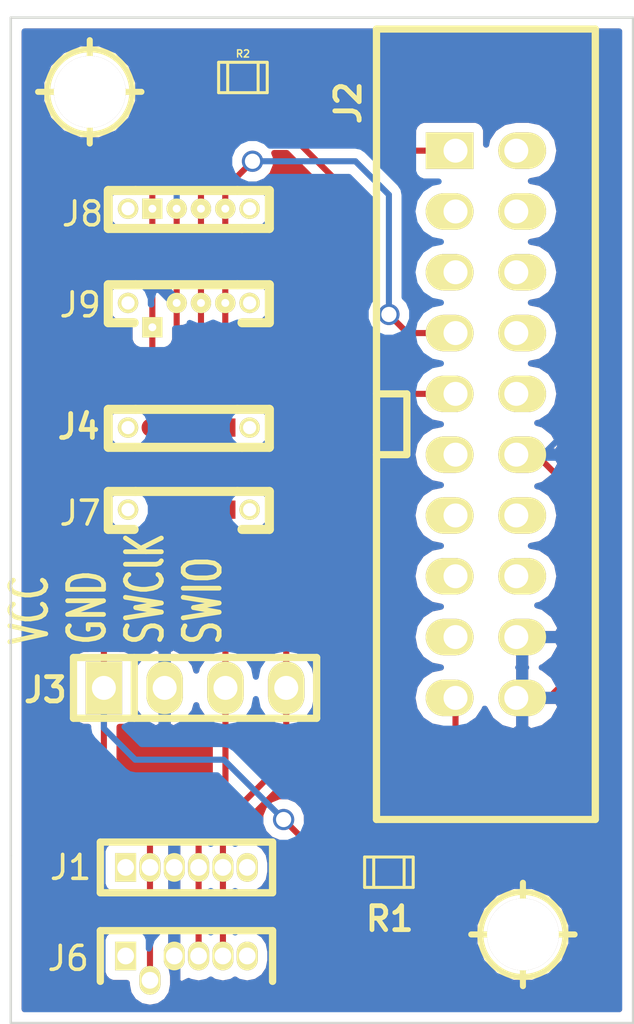
<source format=kicad_pcb>
(kicad_pcb (version 3) (host pcbnew "(2013-07-07 BZR 4022)-stable")

  (general
    (links 33)
    (no_connects 0)
    (area 200.949999 131.6296 230.1846 175.5164)
    (thickness 1.6)
    (drawings 7)
    (tracks 89)
    (zones 0)
    (modules 12)
    (nets 7)
  )

  (page A3)
  (layers
    (15 F.Cu signal)
    (0 B.Cu signal)
    (16 B.Adhes user)
    (17 F.Adhes user)
    (18 B.Paste user)
    (19 F.Paste user)
    (20 B.SilkS user)
    (21 F.SilkS user)
    (22 B.Mask user)
    (23 F.Mask user)
    (24 Dwgs.User user)
    (25 Cmts.User user)
    (26 Eco1.User user)
    (27 Eco2.User user)
    (28 Edge.Cuts user)
  )

  (setup
    (last_trace_width 0.254)
    (trace_clearance 0.254)
    (zone_clearance 0.4)
    (zone_45_only no)
    (trace_min 0.254)
    (segment_width 0.2)
    (edge_width 0.1)
    (via_size 0.889)
    (via_drill 0.635)
    (via_min_size 0.889)
    (via_min_drill 0.508)
    (uvia_size 0.508)
    (uvia_drill 0.127)
    (uvias_allowed no)
    (uvia_min_size 0.508)
    (uvia_min_drill 0.127)
    (pcb_text_width 0.3)
    (pcb_text_size 1.5 1.5)
    (mod_edge_width 0.3048)
    (mod_text_size 1 1)
    (mod_text_width 0.15)
    (pad_size 0.85 0.85)
    (pad_drill 0.55)
    (pad_to_mask_clearance 0)
    (aux_axis_origin 201 133)
    (visible_elements 7FFFFFFF)
    (pcbplotparams
      (layerselection 284196865)
      (usegerberextensions true)
      (excludeedgelayer false)
      (linewidth 0.150000)
      (plotframeref false)
      (viasonmask false)
      (mode 1)
      (useauxorigin true)
      (hpglpennumber 1)
      (hpglpenspeed 20)
      (hpglpendiameter 15)
      (hpglpenoverlay 2)
      (psnegative false)
      (psa4output false)
      (plotreference true)
      (plotvalue true)
      (plotothertext true)
      (plotinvisibletext false)
      (padsonsilk false)
      (subtractmaskfromsilk false)
      (outputformat 1)
      (mirror false)
      (drillshape 0)
      (scaleselection 1)
      (outputdirectory gerbers))
  )

  (net 0 "")
  (net 1 +3.3V)
  (net 2 /SWCLK)
  (net 3 /SWIO)
  (net 4 /TVCC)
  (net 5 GND)
  (net 6 VCC)

  (net_class Default "This is the default net class."
    (clearance 0.254)
    (trace_width 0.254)
    (via_dia 0.889)
    (via_drill 0.635)
    (uvia_dia 0.508)
    (uvia_drill 0.127)
    (add_net "")
    (add_net +3.3V)
    (add_net /SWCLK)
    (add_net /SWIO)
    (add_net /TVCC)
    (add_net GND)
    (add_net VCC)
  )

  (module SIL-2-2-guiding_holes (layer F.Cu) (tedit 52EED284) (tstamp 52EABCB9)
    (at 208.439 150.126)
    (descr "Connecteur 3 pins")
    (tags "CONN DEV")
    (path /52D87266)
    (fp_text reference J4 (at -4.603 -0.041) (layer F.SilkS)
      (effects (font (size 1 1) (thickness 0.2)))
    )
    (fp_text value HEADER_4 (at -0.0635 -1.7145) (layer F.SilkS) hide
      (effects (font (size 0.254 0.254) (thickness 0.0635)))
    )
    (fp_line (start -2.2225 -0.762) (end -3.3655 -0.762) (layer F.SilkS) (width 0.381))
    (fp_line (start -2.286 0.8255) (end -3.3655 0.8255) (layer F.SilkS) (width 0.381))
    (fp_line (start 2.032 -0.762) (end 3.3655 -0.762) (layer F.SilkS) (width 0.381))
    (fp_line (start 2.2225 0.8255) (end 3.3655 0.8255) (layer F.SilkS) (width 0.381))
    (fp_line (start 2.032 -0.762) (end -2.2225 -0.762) (layer F.SilkS) (width 0.381))
    (fp_line (start -3.3655 -0.762) (end -3.3655 0.8255) (layer F.SilkS) (width 0.381))
    (fp_line (start -2.2225 0.8255) (end 2.2225 0.8255) (layer F.SilkS) (width 0.381))
    (fp_line (start 3.3655 0.8255) (end 3.3655 -0.762) (layer F.SilkS) (width 0.381))
    (pad 2 smd rect (at -0.508 0) (size 0.85 0.762)
      (layers F.Cu F.Mask)
      (net 5 GND)
      (clearance 0.0508)
    )
    (pad 3 smd rect (at 0.508 0) (size 0.85 0.762)
      (layers F.Cu F.Mask)
      (net 2 /SWCLK)
      (clearance 0.0508)
    )
    (pad 1 smd oval (at -1.524 0) (size 0.89916 0.762)
      (layers F.Cu F.Mask)
      (net 6 VCC)
      (clearance 0.0508)
    )
    (pad 4 smd rect (at 1.524 0) (size 0.85 0.762)
      (layers F.Cu F.Mask)
      (net 3 /SWIO)
      (clearance 0.0508)
    )
    (pad 5 thru_hole circle (at -2.54 0) (size 0.85 0.85) (drill 0.55)
      (layers *.Cu *.Mask F.SilkS)
    )
    (pad 5 thru_hole circle (at 2.54 0) (size 0.85 0.85) (drill 0.55)
      (layers *.Cu *.Mask F.SilkS)
    )
    (model pin_array/pins_array_3x1.wrl
      (at (xyz 0 0 0))
      (scale (xyz 1 1 1))
      (rotate (xyz 0 0 0))
    )
  )

  (module vasch_strip_10x2 (layer F.Cu) (tedit 52EED430) (tstamp 52EABB00)
    (at 220.853 149.987 270)
    (descr "Shrouded header, 10x2pin p2.54")
    (tags "CONN DEV")
    (path /52D86E03)
    (fp_text reference J2 (at -13.431 5.756 270) (layer F.SilkS)
      (effects (font (size 1.016 1.016) (thickness 0.2032)))
    )
    (fp_text value "" (at 0.539 -8.468 270) (layer F.SilkS) hide
      (effects (font (size 1.016 0.889) (thickness 0.2032)))
    )
    (fp_line (start 16.51 4.572) (end -16.51 4.572) (layer F.SilkS) (width 0.3048))
    (fp_line (start -16.51 -4.572) (end 16.51 -4.572) (layer F.SilkS) (width 0.3048))
    (fp_line (start -16.51 -4.572) (end -16.51 4.572) (layer F.SilkS) (width 0.29972))
    (fp_line (start 16.51 -4.572) (end 16.51 4.572) (layer F.SilkS) (width 0.29972))
    (fp_line (start 1.27 4.572) (end 1.27 3.302) (layer F.SilkS) (width 0.29972))
    (fp_line (start 1.27 3.302) (end -1.27 3.302) (layer F.SilkS) (width 0.29972))
    (fp_line (start -1.27 3.302) (end -1.27 4.572) (layer F.SilkS) (width 0.29972))
    (pad 1 thru_hole rect (at -11.43 1.27 270) (size 1.524 1.99898) (drill 1.00076 (offset 0 0.24638))
      (layers *.Cu *.Mask F.SilkS)
      (net 4 /TVCC)
    )
    (pad 2 thru_hole oval (at -11.43 -1.27 270) (size 1.524 1.99898) (drill 1.00076 (offset 0 -0.24638))
      (layers *.Cu *.Mask F.SilkS)
    )
    (pad 3 thru_hole oval (at -8.89 1.27 270) (size 1.524 1.99898) (drill 1.00076 (offset 0 0.24638))
      (layers *.Cu *.Mask F.SilkS)
    )
    (pad 4 thru_hole oval (at -8.89 -1.27 270) (size 1.524 1.99898) (drill 1.00076 (offset 0 -0.24638))
      (layers *.Cu *.Mask F.SilkS)
    )
    (pad 5 thru_hole oval (at -6.35 1.27 270) (size 1.524 1.99898) (drill 1.00076 (offset 0 0.24638))
      (layers *.Cu *.Mask F.SilkS)
    )
    (pad 6 thru_hole oval (at -6.35 -1.27 270) (size 1.524 1.99898) (drill 1.00076 (offset 0 -0.24638))
      (layers *.Cu *.Mask F.SilkS)
    )
    (pad 7 thru_hole oval (at -3.81 1.27 270) (size 1.524 1.99898) (drill 1.00076 (offset 0 0.24638))
      (layers *.Cu *.Mask F.SilkS)
      (net 3 /SWIO)
    )
    (pad 8 thru_hole oval (at -3.81 -1.27 270) (size 1.524 1.99898) (drill 1.00076 (offset 0 -0.24638))
      (layers *.Cu *.Mask F.SilkS)
    )
    (pad 9 thru_hole oval (at -1.27 1.27 270) (size 1.524 1.99898) (drill 1.00076 (offset 0 0.24638))
      (layers *.Cu *.Mask F.SilkS)
      (net 2 /SWCLK)
    )
    (pad 10 thru_hole oval (at -1.27 -1.27 270) (size 1.524 1.99898) (drill 1.00076 (offset 0 -0.24638))
      (layers *.Cu *.Mask F.SilkS)
    )
    (pad 11 thru_hole oval (at 1.27 1.27 270) (size 1.524 1.99898) (drill 1.00076 (offset 0 0.24638))
      (layers *.Cu *.Mask F.SilkS)
    )
    (pad 12 thru_hole oval (at 1.27 -1.27 270) (size 1.524 1.99898) (drill 1.00076 (offset 0 -0.24638))
      (layers *.Cu *.Mask F.SilkS)
      (net 5 GND)
    )
    (pad 13 thru_hole oval (at 3.81 1.27 270) (size 1.524 1.99898) (drill 1.00076 (offset 0 0.24638))
      (layers *.Cu *.Mask F.SilkS)
    )
    (pad 14 thru_hole oval (at 3.81 -1.27 270) (size 1.524 1.99898) (drill 1.00076 (offset 0 -0.24638))
      (layers *.Cu *.Mask F.SilkS)
    )
    (pad 15 thru_hole oval (at 6.35 1.27 270) (size 1.524 1.99898) (drill 1.00076 (offset 0 0.24638))
      (layers *.Cu *.Mask F.SilkS)
    )
    (pad 16 thru_hole oval (at 6.35 -1.27 270) (size 1.524 1.99898) (drill 1.00076 (offset 0 -0.24638))
      (layers *.Cu *.Mask F.SilkS)
    )
    (pad 17 thru_hole oval (at 8.89 1.27 270) (size 1.524 1.99898) (drill 1.00076 (offset 0 0.24638))
      (layers *.Cu *.Mask F.SilkS)
    )
    (pad 18 thru_hole oval (at 8.89 -1.27 270) (size 1.524 1.99898) (drill 1.00076 (offset 0 -0.24638))
      (layers *.Cu *.Mask F.SilkS)
      (net 5 GND)
    )
    (pad 19 thru_hole oval (at 11.43 1.27 270) (size 1.524 1.99898) (drill 1.00076 (offset 0 0.24638))
      (layers *.Cu *.Mask F.SilkS)
      (net 1 +3.3V)
    )
    (pad 20 thru_hole oval (at 11.43 -1.27 270) (size 1.524 1.99898) (drill 1.00076 (offset 0 -0.24638))
      (layers *.Cu *.Mask F.SilkS)
      (net 5 GND)
    )
    (model walter/conn_strip/vasch_strip_10x2.wrl
      (at (xyz 0 0 0))
      (scale (xyz 1 1 1))
      (rotate (xyz 0 0 0))
    )
  )

  (module r_0805 (layer F.Cu) (tedit 52EAC4D0) (tstamp 52EABB30)
    (at 216.8 168.7)
    (descr "SMT resistor, 0805")
    (path /52D86F1D)
    (fp_text reference R1 (at 0.031 1.946) (layer F.SilkS)
      (effects (font (size 1 1) (thickness 0.2)))
    )
    (fp_text value 0 (at 0 0.9906) (layer F.SilkS) hide
      (effects (font (size 0.29972 0.29972) (thickness 0.06096)))
    )
    (fp_line (start 0.635 -0.635) (end 0.635 0.635) (layer F.SilkS) (width 0.127))
    (fp_line (start -0.635 -0.635) (end -0.635 0.6096) (layer F.SilkS) (width 0.127))
    (fp_line (start -1.016 -0.635) (end 1.016 -0.635) (layer F.SilkS) (width 0.127))
    (fp_line (start 1.016 -0.635) (end 1.016 0.635) (layer F.SilkS) (width 0.127))
    (fp_line (start 1.016 0.635) (end -1.016 0.635) (layer F.SilkS) (width 0.127))
    (fp_line (start -1.016 0.635) (end -1.016 -0.635) (layer F.SilkS) (width 0.127))
    (pad 1 smd rect (at 0.9525 0) (size 1.30048 1.4986)
      (layers F.Cu F.Paste F.Mask)
      (net 1 +3.3V)
    )
    (pad 2 smd rect (at -0.9525 0) (size 1.30048 1.4986)
      (layers F.Cu F.Paste F.Mask)
      (net 6 VCC)
    )
    (model walter/smd_resistors/r_0805.wrl
      (at (xyz 0 0 0))
      (scale (xyz 1 1 1))
      (rotate (xyz 0 0 0))
    )
  )

  (module pin_strip_4 (layer F.Cu) (tedit 52EED427) (tstamp 52EAC5F7)
    (at 208.7 161)
    (descr "Pin strip 4pin")
    (tags "CONN DEV")
    (path /52D87202)
    (fp_text reference J3 (at -6.254 0.086) (layer F.SilkS)
      (effects (font (size 1.016 1.016) (thickness 0.2032)))
    )
    (fp_text value "" (at 0.254 -3.556) (layer F.SilkS) hide
      (effects (font (size 1.016 0.889) (thickness 0.2032)))
    )
    (fp_line (start -2.54 -1.27) (end -2.54 1.27) (layer F.SilkS) (width 0.3048))
    (fp_line (start 5.08 1.27) (end -5.08 1.27) (layer F.SilkS) (width 0.3048))
    (fp_line (start -5.08 -1.27) (end 5.08 -1.27) (layer F.SilkS) (width 0.3048))
    (fp_line (start -5.08 1.27) (end -5.08 -1.27) (layer F.SilkS) (width 0.3048))
    (fp_line (start 5.08 -1.27) (end 5.08 1.27) (layer F.SilkS) (width 0.3048))
    (pad 1 thru_hole rect (at -3.81 0) (size 1.524 2.19964) (drill 1.00076)
      (layers *.Cu *.Mask F.SilkS)
      (net 6 VCC)
    )
    (pad 2 thru_hole oval (at -1.27 0) (size 1.524 2.19964) (drill 1.00076)
      (layers *.Cu *.Mask F.SilkS)
      (net 5 GND)
    )
    (pad 3 thru_hole oval (at 1.27 0) (size 1.524 2.19964) (drill 1.00076)
      (layers *.Cu *.Mask F.SilkS)
      (net 2 /SWCLK)
    )
    (pad 4 thru_hole oval (at 3.81 0) (size 1.524 2.19964) (drill 1.00076)
      (layers *.Cu *.Mask F.SilkS)
      (net 3 /SWIO)
    )
    (model walter/pin_strip/pin_strip_4.wrl
      (at (xyz 0 0 0))
      (scale (xyz 1 1 1))
      (rotate (xyz 0 0 0))
    )
  )

  (module SIL-2-2-drilled-guiding_holes-offset (layer F.Cu) (tedit 52EED3CB) (tstamp 52EECCFE)
    (at 208.439 144.919)
    (descr "Connecteur 3 pins")
    (tags "CONN DEV")
    (path /52EEBBC3)
    (fp_text reference J9 (at -4.539 0.081) (layer F.SilkS)
      (effects (font (size 1 1) (thickness 0.15)))
    )
    (fp_text value HEADER_4 (at -0.0635 -1.7145) (layer F.SilkS) hide
      (effects (font (size 0.254 0.254) (thickness 0.0635)))
    )
    (fp_line (start -2.2225 -0.762) (end -3.3655 -0.762) (layer F.SilkS) (width 0.381))
    (fp_line (start -2.286 0.8255) (end -3.3655 0.8255) (layer F.SilkS) (width 0.381))
    (fp_line (start 2.032 -0.762) (end 3.3655 -0.762) (layer F.SilkS) (width 0.381))
    (fp_line (start 2.2225 0.8255) (end 3.3655 0.8255) (layer F.SilkS) (width 0.381))
    (fp_line (start 2.032 -0.762) (end -2.2225 -0.762) (layer F.SilkS) (width 0.381))
    (fp_line (start -3.3655 -0.762) (end -3.3655 0.8255) (layer F.SilkS) (width 0.381))
    (fp_line (start 3.3655 0.8255) (end 3.3655 -0.762) (layer F.SilkS) (width 0.381))
    (pad 2 thru_hole circle (at -0.508 0) (size 0.85 0.85) (drill 0.3302)
      (layers *.Cu *.Mask F.SilkS)
      (net 5 GND)
      (clearance 0.0508)
    )
    (pad 3 thru_hole circle (at 0.508 0) (size 0.85 0.85) (drill 0.3302)
      (layers *.Cu *.Mask F.SilkS)
      (net 2 /SWCLK)
      (clearance 0.0508)
    )
    (pad 1 thru_hole rect (at -1.524 1.016) (size 0.85 0.85) (drill 0.3302)
      (layers *.Cu *.Mask F.SilkS)
      (net 6 VCC)
      (clearance 0.0508)
    )
    (pad 4 thru_hole circle (at 1.524 0) (size 0.85 0.85) (drill 0.3302)
      (layers *.Cu *.Mask F.SilkS)
      (net 3 /SWIO)
      (clearance 0.0508)
    )
    (pad 5 thru_hole circle (at -2.54 0) (size 0.85 0.85) (drill 0.55)
      (layers *.Cu *.Mask F.SilkS)
    )
    (pad 5 thru_hole circle (at 2.54 0) (size 0.85 0.85) (drill 0.55)
      (layers *.Cu *.Mask F.SilkS)
    )
    (model pin_array/pins_array_3x1.wrl
      (at (xyz 0 0 0))
      (scale (xyz 1 1 1))
      (rotate (xyz 0 0 0))
    )
  )

  (module SIL-2-2-drilled-guiding_holes (layer F.Cu) (tedit 52EED3C8) (tstamp 52EECD10)
    (at 208.439 140.982)
    (descr "Connecteur 3 pins")
    (tags "CONN DEV")
    (path /52EEBBAA)
    (fp_text reference J8 (at -4.439 0.218) (layer F.SilkS)
      (effects (font (size 1 1) (thickness 0.15)))
    )
    (fp_text value HEADER_4 (at -0.0635 -1.7145) (layer F.SilkS) hide
      (effects (font (size 0.254 0.254) (thickness 0.0635)))
    )
    (fp_line (start -2.2225 -0.762) (end -3.3655 -0.762) (layer F.SilkS) (width 0.381))
    (fp_line (start -2.286 0.8255) (end -3.3655 0.8255) (layer F.SilkS) (width 0.381))
    (fp_line (start 2.032 -0.762) (end 3.3655 -0.762) (layer F.SilkS) (width 0.381))
    (fp_line (start 2.2225 0.8255) (end 3.3655 0.8255) (layer F.SilkS) (width 0.381))
    (fp_line (start 2.032 -0.762) (end -2.2225 -0.762) (layer F.SilkS) (width 0.381))
    (fp_line (start -3.3655 -0.762) (end -3.3655 0.8255) (layer F.SilkS) (width 0.381))
    (fp_line (start -2.2225 0.8255) (end 2.2225 0.8255) (layer F.SilkS) (width 0.381))
    (fp_line (start 3.3655 0.8255) (end 3.3655 -0.762) (layer F.SilkS) (width 0.381))
    (pad 2 thru_hole circle (at -0.508 0) (size 0.85 0.85) (drill 0.3302)
      (layers *.Cu *.Mask F.SilkS)
      (net 5 GND)
      (clearance 0.0508)
    )
    (pad 3 thru_hole circle (at 0.508 0) (size 0.85 0.85) (drill 0.3302)
      (layers *.Cu *.Mask F.SilkS)
      (net 2 /SWCLK)
      (clearance 0.0508)
    )
    (pad 1 thru_hole rect (at -1.524 0) (size 0.85 0.85) (drill 0.3302)
      (layers *.Cu *.Mask F.SilkS)
      (net 6 VCC)
      (clearance 0.0508)
    )
    (pad 4 thru_hole circle (at 1.524 0) (size 0.85 0.85) (drill 0.3302)
      (layers *.Cu *.Mask F.SilkS)
      (net 3 /SWIO)
      (clearance 0.0508)
    )
    (pad 5 thru_hole circle (at -2.54 0) (size 0.85 0.85) (drill 0.55)
      (layers *.Cu *.Mask F.SilkS)
    )
    (pad 5 thru_hole circle (at 2.54 0) (size 0.85 0.85) (drill 0.55)
      (layers *.Cu *.Mask F.SilkS)
    )
    (model pin_array/pins_array_3x1.wrl
      (at (xyz 0 0 0))
      (scale (xyz 1 1 1))
      (rotate (xyz 0 0 0))
    )
  )

  (module POGO6-oval-offset (layer F.Cu) (tedit 52EED409) (tstamp 52EECD1D)
    (at 205.8 172.2)
    (descr POGO6)
    (tags POGO6)
    (path /52D8727F)
    (fp_text reference J6 (at -2.4 0.1) (layer F.SilkS)
      (effects (font (size 1 1) (thickness 0.15)))
    )
    (fp_text value HEADER_6 (at 0 -1.27) (layer F.SilkS) hide
      (effects (font (size 0.127 0.127) (thickness 0.0254)))
    )
    (fp_line (start -1.05918 -1.05918) (end 6.13918 -1.05918) (layer F.SilkS) (width 0.3048))
    (fp_line (start -1.05918 -1.05918) (end -1.05918 1.05918) (layer F.SilkS) (width 0.3048))
    (fp_line (start 6.13918 -1.05918) (end 6.13918 1.05918) (layer F.SilkS) (width 0.3048))
    (pad 1 thru_hole rect (at 0 0) (size 0.88 1.2) (drill 0.7)
      (layers *.Cu *.Mask F.SilkS)
    )
    (pad 2 thru_hole oval (at 1.016 1.016) (size 0.88 1.2) (drill 0.7)
      (layers *.Cu *.Mask F.SilkS)
      (net 6 VCC)
    )
    (pad 3 thru_hole oval (at 2.032 0) (size 0.88 1.2) (drill 0.7)
      (layers *.Cu *.Mask F.SilkS)
      (net 5 GND)
    )
    (pad 4 thru_hole oval (at 3.048 0) (size 0.88 1.2) (drill 0.7)
      (layers *.Cu *.Mask F.SilkS)
      (net 2 /SWCLK)
    )
    (pad 5 thru_hole oval (at 4.064 0) (size 0.88 1.2) (drill 0.7)
      (layers *.Cu *.Mask F.SilkS)
      (net 3 /SWIO)
    )
    (pad 6 thru_hole oval (at 5.08 0) (size 0.88 1.2) (drill 0.7)
      (layers *.Cu *.Mask F.SilkS)
    )
  )

  (module POGO6-oval (layer F.Cu) (tedit 52EED40E) (tstamp 52EABB3E)
    (at 205.8 168.5)
    (descr POGO6)
    (tags POGO6)
    (path /52D87108)
    (fp_text reference J1 (at -2.3 0) (layer F.SilkS)
      (effects (font (size 1 1) (thickness 0.15)))
    )
    (fp_text value HEADER_6 (at 0 -1.27) (layer F.SilkS) hide
      (effects (font (size 0.127 0.127) (thickness 0.0254)))
    )
    (fp_line (start -1.05918 -1.05918) (end 6.13918 -1.05918) (layer F.SilkS) (width 0.3048))
    (fp_line (start -1.05918 -1.05918) (end -1.05918 1.05918) (layer F.SilkS) (width 0.3048))
    (fp_line (start -1.05918 1.05918) (end 6.13918 1.05918) (layer F.SilkS) (width 0.3048))
    (fp_line (start 6.13918 -1.05918) (end 6.13918 1.05918) (layer F.SilkS) (width 0.3048))
    (pad 1 thru_hole rect (at 0 0) (size 0.88 1.2) (drill 0.7)
      (layers *.Cu *.Mask F.SilkS)
    )
    (pad 2 thru_hole oval (at 1.016 0) (size 0.88 1.2) (drill 0.7)
      (layers *.Cu *.Mask F.SilkS)
      (net 6 VCC)
    )
    (pad 3 thru_hole oval (at 2.032 0) (size 0.88 1.2) (drill 0.7)
      (layers *.Cu *.Mask F.SilkS)
      (net 5 GND)
    )
    (pad 4 thru_hole oval (at 3.048 0) (size 0.88 1.2) (drill 0.7)
      (layers *.Cu *.Mask F.SilkS)
      (net 2 /SWCLK)
    )
    (pad 5 thru_hole oval (at 4.064 0) (size 0.88 1.2) (drill 0.7)
      (layers *.Cu *.Mask F.SilkS)
      (net 3 /SWIO)
    )
    (pad 6 thru_hole oval (at 5.08 0) (size 0.88 1.2) (drill 0.7)
      (layers *.Cu *.Mask F.SilkS)
    )
  )

  (module SIL-2-2-guiding_holes-offest (layer F.Cu) (tedit 52EED3D0) (tstamp 52EABCCB)
    (at 208.439 153.555)
    (descr "Connecteur 3 pins")
    (tags "CONN DEV")
    (path /52EABB8F)
    (fp_text reference J7 (at -4.539 0.145) (layer F.SilkS)
      (effects (font (size 1 1) (thickness 0.15)))
    )
    (fp_text value HEADER_4 (at -0.0635 -1.7145) (layer F.SilkS) hide
      (effects (font (size 0.254 0.254) (thickness 0.0635)))
    )
    (fp_line (start -2.2225 -0.762) (end -3.3655 -0.762) (layer F.SilkS) (width 0.381))
    (fp_line (start -2.286 0.8255) (end -3.3655 0.8255) (layer F.SilkS) (width 0.381))
    (fp_line (start 2.032 -0.762) (end 3.3655 -0.762) (layer F.SilkS) (width 0.381))
    (fp_line (start 2.2225 0.8255) (end 3.3655 0.8255) (layer F.SilkS) (width 0.381))
    (fp_line (start 2.032 -0.762) (end -2.2225 -0.762) (layer F.SilkS) (width 0.381))
    (fp_line (start -3.3655 -0.762) (end -3.3655 0.8255) (layer F.SilkS) (width 0.381))
    (fp_line (start 3.3655 0.8255) (end 3.3655 -0.762) (layer F.SilkS) (width 0.381))
    (pad 2 smd rect (at -0.508 0) (size 0.85 0.762)
      (layers F.Cu F.Mask)
      (net 5 GND)
      (clearance 0.0508)
    )
    (pad 3 smd rect (at 0.508 0) (size 0.85 0.762)
      (layers F.Cu F.Mask)
      (net 2 /SWCLK)
      (clearance 0.0508)
    )
    (pad 1 smd oval (at -1.524 1.016) (size 0.89916 0.762)
      (layers F.Cu F.Mask)
      (net 6 VCC)
      (clearance 0.0508)
    )
    (pad 4 smd rect (at 1.524 0) (size 0.85 0.762)
      (layers F.Cu F.Mask)
      (net 3 /SWIO)
      (clearance 0.0508)
    )
    (pad 5 thru_hole circle (at -2.54 0) (size 0.85 0.85) (drill 0.55)
      (layers *.Cu *.Mask F.SilkS)
    )
    (pad 5 thru_hole circle (at 2.54 0) (size 0.85 0.85) (drill 0.55)
      (layers *.Cu *.Mask F.SilkS)
    )
    (model pin_array/pins_array_3x1.wrl
      (at (xyz 0 0 0))
      (scale (xyz 1 1 1))
      (rotate (xyz 0 0 0))
    )
  )

  (module hole_3mm (layer F.Cu) (tedit 52EED082) (tstamp 52EF0108)
    (at 222.4 171.3)
    (descr "Hole 3mm")
    (fp_text reference "" (at 0 -3.302) (layer F.SilkS)
      (effects (font (size 1.524 1.524) (thickness 0.3048)))
    )
    (fp_text value "" (at 0 3.048) (layer F.SilkS)
      (effects (font (size 1.524 1.524) (thickness 0.3048)))
    )
    (fp_line (start 0 -2.159) (end 0 2.159) (layer F.SilkS) (width 0.254))
    (fp_line (start -2.159 0) (end 2.159 0) (layer F.SilkS) (width 0.254))
    (fp_circle (center 0 0) (end 1.778 0) (layer F.SilkS) (width 0.254))
    (pad 1 thru_hole circle (at 0 0) (size 2.99974 2.99974) (drill 2.99974)
      (layers *.Cu F.SilkS)
    )
    (model walter/details/hole.wrl
      (at (xyz 0 0 0))
      (scale (xyz 1 1 1))
      (rotate (xyz 0 0 0))
    )
  )

  (module hole_3mm (layer F.Cu) (tedit 52EED08A) (tstamp 52EF0178)
    (at 204.3 136.1)
    (descr "Hole 3mm")
    (fp_text reference "" (at 0 -3.302) (layer F.SilkS)
      (effects (font (size 1.524 1.524) (thickness 0.3048)))
    )
    (fp_text value "" (at 0 3.048) (layer F.SilkS)
      (effects (font (size 1.524 1.524) (thickness 0.3048)))
    )
    (fp_line (start 0 -2.159) (end 0 2.159) (layer F.SilkS) (width 0.254))
    (fp_line (start -2.159 0) (end 2.159 0) (layer F.SilkS) (width 0.254))
    (fp_circle (center 0 0) (end 1.778 0) (layer F.SilkS) (width 0.254))
    (pad 1 thru_hole circle (at 0 0) (size 2.99974 2.99974) (drill 2.99974)
      (layers *.Cu F.SilkS)
    )
    (model walter/details/hole.wrl
      (at (xyz 0 0 0))
      (scale (xyz 1 1 1))
      (rotate (xyz 0 0 0))
    )
  )

  (module r_0805 (layer F.Cu) (tedit 49047384) (tstamp 52EF0556)
    (at 210.7 135.5)
    (descr "SMT resistor, 0805")
    (path /52EED313)
    (fp_text reference R2 (at 0 -0.9906) (layer F.SilkS)
      (effects (font (size 0.29972 0.29972) (thickness 0.06096)))
    )
    (fp_text value 0 (at 0 0.9906) (layer F.SilkS) hide
      (effects (font (size 0.29972 0.29972) (thickness 0.06096)))
    )
    (fp_line (start 0.635 -0.635) (end 0.635 0.635) (layer F.SilkS) (width 0.127))
    (fp_line (start -0.635 -0.635) (end -0.635 0.6096) (layer F.SilkS) (width 0.127))
    (fp_line (start -1.016 -0.635) (end 1.016 -0.635) (layer F.SilkS) (width 0.127))
    (fp_line (start 1.016 -0.635) (end 1.016 0.635) (layer F.SilkS) (width 0.127))
    (fp_line (start 1.016 0.635) (end -1.016 0.635) (layer F.SilkS) (width 0.127))
    (fp_line (start -1.016 0.635) (end -1.016 -0.635) (layer F.SilkS) (width 0.127))
    (pad 1 smd rect (at 0.9525 0) (size 1.30048 1.4986)
      (layers F.Cu F.Paste F.Mask)
      (net 4 /TVCC)
    )
    (pad 2 smd rect (at -0.9525 0) (size 1.30048 1.4986)
      (layers F.Cu F.Paste F.Mask)
      (net 6 VCC)
    )
    (model walter/smd_resistors/r_0805.wrl
      (at (xyz 0 0 0))
      (scale (xyz 1 1 1))
      (rotate (xyz 0 0 0))
    )
  )

  (gr_line (start 227 175) (end 227 168) (angle 90) (layer Edge.Cuts) (width 0.1))
  (gr_line (start 201 175) (end 227 175) (angle 90) (layer Edge.Cuts) (width 0.1))
  (gr_line (start 201 168) (end 201 175) (angle 90) (layer Edge.Cuts) (width 0.1))
  (gr_text "VCC\nGND\nSWClK\nSWIO" (at 205.4 159.3 90) (layer F.SilkS)
    (effects (font (size 1.5 1) (thickness 0.2)) (justify left))
  )
  (gr_line (start 201 133) (end 227 133) (angle 90) (layer Edge.Cuts) (width 0.1))
  (gr_line (start 201 168) (end 201 133) (angle 90) (layer Edge.Cuts) (width 0.1))
  (gr_line (start 227 133) (end 227 168) (angle 90) (layer Edge.Cuts) (width 0.1))

  (segment (start 219.583 161.417) (end 219.583 164.217) (width 0.254) (layer F.Cu) (net 1))
  (segment (start 219 168.7) (end 217.7525 168.7) (width 0.254) (layer F.Cu) (net 1) (tstamp 52EF0246))
  (segment (start 219.4 168.3) (end 219 168.7) (width 0.254) (layer F.Cu) (net 1) (tstamp 52EF0245))
  (segment (start 219.4 164.4) (end 219.4 168.3) (width 0.254) (layer F.Cu) (net 1) (tstamp 52EF0244))
  (segment (start 219.583 164.217) (end 219.4 164.4) (width 0.254) (layer F.Cu) (net 1) (tstamp 52EF0242))
  (segment (start 208.947 140.982) (end 208.947 139.453) (width 0.254) (layer F.Cu) (net 2))
  (segment (start 216.917 148.717) (end 219.583 148.717) (width 0.254) (layer F.Cu) (net 2) (tstamp 52EF0224))
  (segment (start 215 146.8) (end 216.917 148.717) (width 0.254) (layer F.Cu) (net 2) (tstamp 52EF0222))
  (segment (start 215 140.2) (end 215 146.8) (width 0.254) (layer F.Cu) (net 2) (tstamp 52EF0220))
  (segment (start 212.8 138) (end 215 140.2) (width 0.254) (layer F.Cu) (net 2) (tstamp 52EF021E))
  (segment (start 210.4 138) (end 212.8 138) (width 0.254) (layer F.Cu) (net 2) (tstamp 52EF021C))
  (segment (start 208.947 139.453) (end 210.4 138) (width 0.254) (layer F.Cu) (net 2) (tstamp 52EF021B))
  (segment (start 208.848 168.5) (end 208.848 172.2) (width 0.254) (layer F.Cu) (net 2))
  (segment (start 209.97 161) (end 209.97 164.93) (width 0.254) (layer F.Cu) (net 2))
  (segment (start 208.848 166.052) (end 208.848 168.5) (width 0.254) (layer F.Cu) (net 2) (tstamp 52EF01DF))
  (segment (start 209.97 164.93) (end 208.848 166.052) (width 0.254) (layer F.Cu) (net 2) (tstamp 52EF01DE))
  (segment (start 208.947 153.555) (end 208.947 158.047) (width 0.254) (layer F.Cu) (net 2))
  (segment (start 209.97 159.07) (end 209.97 161) (width 0.254) (layer F.Cu) (net 2) (tstamp 52EF01DA))
  (segment (start 208.947 158.047) (end 209.97 159.07) (width 0.254) (layer F.Cu) (net 2) (tstamp 52EF01D9))
  (segment (start 208.947 150.126) (end 208.947 153.555) (width 0.254) (layer F.Cu) (net 2))
  (segment (start 208.947 144.919) (end 208.947 150.126) (width 0.254) (layer F.Cu) (net 2))
  (segment (start 208.947 140.982) (end 208.947 144.919) (width 0.254) (layer F.Cu) (net 2))
  (segment (start 219.583 146.177) (end 217.577 146.177) (width 0.254) (layer F.Cu) (net 3))
  (segment (start 209.963 140.137) (end 209.963 140.982) (width 0.254) (layer F.Cu) (net 3) (tstamp 52EF0231))
  (segment (start 211.1 139) (end 209.963 140.137) (width 0.254) (layer F.Cu) (net 3) (tstamp 52EF0230))
  (via (at 211.1 139) (size 0.889) (layers F.Cu B.Cu) (net 3))
  (segment (start 215.4 139) (end 211.1 139) (width 0.254) (layer B.Cu) (net 3) (tstamp 52EF022C))
  (segment (start 216.8 140.4) (end 215.4 139) (width 0.254) (layer B.Cu) (net 3) (tstamp 52EF022B))
  (segment (start 216.8 145.4) (end 216.8 140.4) (width 0.254) (layer B.Cu) (net 3) (tstamp 52EF022A))
  (via (at 216.8 145.4) (size 0.889) (layers F.Cu B.Cu) (net 3))
  (segment (start 217.577 146.177) (end 216.8 145.4) (width 0.254) (layer F.Cu) (net 3) (tstamp 52EF0228))
  (segment (start 209.963 144.919) (end 209.963 140.982) (width 0.254) (layer F.Cu) (net 3))
  (segment (start 209.963 150.126) (end 209.963 144.919) (width 0.254) (layer F.Cu) (net 3))
  (segment (start 209.963 153.555) (end 209.963 150.126) (width 0.254) (layer F.Cu) (net 3))
  (segment (start 212.51 161) (end 212.51 159.21) (width 0.254) (layer F.Cu) (net 3))
  (segment (start 209.963 156.663) (end 209.963 153.555) (width 0.254) (layer F.Cu) (net 3) (tstamp 52EF01EF))
  (segment (start 212.51 159.21) (end 209.963 156.663) (width 0.254) (layer F.Cu) (net 3) (tstamp 52EF01ED))
  (segment (start 209.864 168.5) (end 209.864 166.636) (width 0.254) (layer F.Cu) (net 3))
  (segment (start 212.51 163.99) (end 212.51 161) (width 0.254) (layer F.Cu) (net 3) (tstamp 52EF01E9))
  (segment (start 209.864 166.636) (end 212.51 163.99) (width 0.254) (layer F.Cu) (net 3) (tstamp 52EF01E7))
  (segment (start 209.864 172.2) (end 209.864 168.5) (width 0.254) (layer F.Cu) (net 3))
  (segment (start 219.583 138.557) (end 216.357 138.557) (width 0.254) (layer F.Cu) (net 4))
  (segment (start 213.3 135.5) (end 211.6525 135.5) (width 0.254) (layer F.Cu) (net 4) (tstamp 52EF057B))
  (segment (start 216.357 138.557) (end 213.3 135.5) (width 0.254) (layer F.Cu) (net 4) (tstamp 52EF0579))
  (segment (start 207.931 140.982) (end 207.931 138.469) (width 0.254) (layer B.Cu) (net 5))
  (segment (start 223.243 151.257) (end 222.123 151.257) (width 0.254) (layer B.Cu) (net 5) (tstamp 52EF026D))
  (segment (start 225 149.5) (end 223.243 151.257) (width 0.254) (layer B.Cu) (net 5) (tstamp 52EF026B))
  (segment (start 225 138.1) (end 225 149.5) (width 0.254) (layer B.Cu) (net 5) (tstamp 52EF0269))
  (segment (start 222.4 135.5) (end 225 138.1) (width 0.254) (layer B.Cu) (net 5) (tstamp 52EF0267))
  (segment (start 210.9 135.5) (end 222.4 135.5) (width 0.254) (layer B.Cu) (net 5) (tstamp 52EF0265))
  (segment (start 207.931 138.469) (end 210.9 135.5) (width 0.254) (layer B.Cu) (net 5) (tstamp 52EF0263))
  (segment (start 224.7 158) (end 224.7 160.2) (width 0.254) (layer F.Cu) (net 5))
  (segment (start 223.483 161.417) (end 222.123 161.417) (width 0.254) (layer F.Cu) (net 5) (tstamp 52EF023E))
  (segment (start 224.7 160.2) (end 223.483 161.417) (width 0.254) (layer F.Cu) (net 5) (tstamp 52EF023C))
  (segment (start 222.123 151.257) (end 222.957 151.257) (width 0.254) (layer F.Cu) (net 5))
  (segment (start 222.957 151.257) (end 224.7 153) (width 0.254) (layer F.Cu) (net 5) (tstamp 52EF0234))
  (segment (start 224.7 153) (end 224.7 158) (width 0.254) (layer F.Cu) (net 5) (tstamp 52EF0235))
  (segment (start 223.823 158.877) (end 222.123 158.877) (width 0.254) (layer F.Cu) (net 5) (tstamp 52EF0238))
  (segment (start 224.7 158) (end 223.823 158.877) (width 0.254) (layer F.Cu) (net 5) (tstamp 52EF0237))
  (segment (start 207.931 144.919) (end 207.931 140.982) (width 0.254) (layer F.Cu) (net 5))
  (segment (start 207.931 150.126) (end 207.931 144.919) (width 0.254) (layer F.Cu) (net 5))
  (segment (start 207.931 153.555) (end 207.931 150.126) (width 0.254) (layer F.Cu) (net 5))
  (segment (start 207.43 161) (end 207.43 157.57) (width 0.254) (layer F.Cu) (net 5))
  (segment (start 207.931 157.069) (end 207.931 153.555) (width 0.254) (layer F.Cu) (net 5) (tstamp 52EF01CA))
  (segment (start 207.43 157.57) (end 207.931 157.069) (width 0.254) (layer F.Cu) (net 5) (tstamp 52EF01C9))
  (segment (start 207.832 168.5) (end 207.832 163.132) (width 0.254) (layer F.Cu) (net 5))
  (segment (start 207.43 162.73) (end 207.43 161) (width 0.254) (layer F.Cu) (net 5) (tstamp 52EF01C6))
  (segment (start 207.832 163.132) (end 207.43 162.73) (width 0.254) (layer F.Cu) (net 5) (tstamp 52EF01C5))
  (segment (start 207.832 172.2) (end 207.832 168.5) (width 0.254) (layer F.Cu) (net 5))
  (segment (start 209.7475 135.5) (end 209.1 135.5) (width 0.254) (layer F.Cu) (net 6))
  (segment (start 206.915 137.685) (end 206.915 140.982) (width 0.254) (layer F.Cu) (net 6) (tstamp 52EF0580))
  (segment (start 209.1 135.5) (end 206.915 137.685) (width 0.254) (layer F.Cu) (net 6) (tstamp 52EF057F))
  (segment (start 215.8475 168.7) (end 214.6 168.7) (width 0.254) (layer F.Cu) (net 6))
  (segment (start 204.89 162.69) (end 204.89 161) (width 0.254) (layer B.Cu) (net 6) (tstamp 52EF025F))
  (segment (start 206.2 164) (end 204.89 162.69) (width 0.254) (layer B.Cu) (net 6) (tstamp 52EF025D))
  (segment (start 209.9 164) (end 206.2 164) (width 0.254) (layer B.Cu) (net 6) (tstamp 52EF025B))
  (segment (start 212.4 166.5) (end 209.9 164) (width 0.254) (layer B.Cu) (net 6) (tstamp 52EF025A))
  (via (at 212.4 166.5) (size 0.889) (layers F.Cu B.Cu) (net 6))
  (segment (start 214.6 168.7) (end 212.4 166.5) (width 0.254) (layer F.Cu) (net 6) (tstamp 52EF0257))
  (segment (start 206.816 168.5) (end 206.816 173.216) (width 0.254) (layer F.Cu) (net 6))
  (segment (start 204.89 161) (end 204.89 164.19) (width 0.254) (layer F.Cu) (net 6))
  (segment (start 206.816 166.116) (end 206.816 168.5) (width 0.254) (layer F.Cu) (net 6) (tstamp 52EF01BD))
  (segment (start 204.89 164.19) (end 206.816 166.116) (width 0.254) (layer F.Cu) (net 6) (tstamp 52EF01BB))
  (segment (start 206.915 154.571) (end 206.915 156.485) (width 0.254) (layer F.Cu) (net 6))
  (segment (start 204.89 158.51) (end 204.89 161) (width 0.254) (layer F.Cu) (net 6) (tstamp 52EF01B7))
  (segment (start 206.915 156.485) (end 204.89 158.51) (width 0.254) (layer F.Cu) (net 6) (tstamp 52EF01B5))
  (segment (start 206.915 150.126) (end 206.915 154.571) (width 0.254) (layer F.Cu) (net 6))
  (segment (start 206.915 145.935) (end 206.915 150.126) (width 0.254) (layer F.Cu) (net 6))
  (segment (start 206.915 140.982) (end 206.915 145.935) (width 0.254) (layer F.Cu) (net 6))

  (zone (net 5) (net_name GND) (layer B.Cu) (tstamp 52EAC5F8) (hatch edge 0.508)
    (connect_pads (clearance 0.4))
    (min_thickness 0.254)
    (fill (arc_segments 16) (thermal_gap 0.508) (thermal_bridge_width 0.508))
    (polygon
      (pts
        (xy 227 175) (xy 201 175) (xy 201 133) (xy 227 133)
      )
    )
    (filled_polygon
      (pts
        (xy 207.995125 140.838235) (xy 207.994874 141.126015) (xy 207.945142 141.175747) (xy 207.931 141.161605) (xy 207.916857 141.175747)
        (xy 207.867091 141.125981) (xy 207.867091 140.838019) (xy 207.916857 140.788252) (xy 207.931 140.802395) (xy 207.945142 140.788252)
        (xy 207.995125 140.838235)
      )
    )
    (filled_polygon
      (pts
        (xy 226.423 174.423) (xy 224.42722 174.423) (xy 224.42722 170.8986) (xy 224.119298 170.153371) (xy 223.96109 169.994886)
        (xy 223.96109 161.76007) (xy 223.96109 161.07393) (xy 223.944342 160.982272) (xy 223.67617 160.503535) (xy 223.245207 160.163865)
        (xy 223.185384 160.147) (xy 223.245207 160.130135) (xy 223.67617 159.790465) (xy 223.944342 159.311728) (xy 223.96109 159.22007)
        (xy 223.96109 158.53393) (xy 223.944342 158.442272) (xy 223.67617 157.963535) (xy 223.245207 157.623865) (xy 222.997946 157.554158)
        (xy 223.130054 157.527881) (xy 223.548236 157.248461) (xy 223.827656 156.830279) (xy 223.925775 156.337) (xy 223.827656 155.843721)
        (xy 223.548236 155.425539) (xy 223.130054 155.146119) (xy 222.732294 155.067) (xy 223.130054 154.987881) (xy 223.548236 154.708461)
        (xy 223.827656 154.290279) (xy 223.925775 153.797) (xy 223.827656 153.303721) (xy 223.548236 152.885539) (xy 223.130054 152.606119)
        (xy 222.997946 152.579841) (xy 223.245207 152.510135) (xy 223.67617 152.170465) (xy 223.944342 151.691728) (xy 223.96109 151.60007)
        (xy 223.838589 151.384) (xy 222.49638 151.384) (xy 222.49638 151.404) (xy 222.24238 151.404) (xy 222.24238 151.384)
        (xy 222.22238 151.384) (xy 222.22238 151.13) (xy 222.24238 151.13) (xy 222.24238 151.11) (xy 222.49638 151.11)
        (xy 222.49638 151.13) (xy 223.838589 151.13) (xy 223.96109 150.91393) (xy 223.944342 150.822272) (xy 223.67617 150.343535)
        (xy 223.245207 150.003865) (xy 222.997946 149.934158) (xy 223.130054 149.907881) (xy 223.548236 149.628461) (xy 223.827656 149.210279)
        (xy 223.925775 148.717) (xy 223.827656 148.223721) (xy 223.548236 147.805539) (xy 223.130054 147.526119) (xy 222.732294 147.447)
        (xy 223.130054 147.367881) (xy 223.548236 147.088461) (xy 223.827656 146.670279) (xy 223.925775 146.177) (xy 223.827656 145.683721)
        (xy 223.548236 145.265539) (xy 223.130054 144.986119) (xy 222.732294 144.907) (xy 223.130054 144.827881) (xy 223.548236 144.548461)
        (xy 223.827656 144.130279) (xy 223.925775 143.637) (xy 223.827656 143.143721) (xy 223.548236 142.725539) (xy 223.130054 142.446119)
        (xy 222.732294 142.367) (xy 223.130054 142.287881) (xy 223.548236 142.008461) (xy 223.827656 141.590279) (xy 223.925775 141.097)
        (xy 223.827656 140.603721) (xy 223.548236 140.185539) (xy 223.130054 139.906119) (xy 222.732294 139.827) (xy 223.130054 139.747881)
        (xy 223.548236 139.468461) (xy 223.827656 139.050279) (xy 223.925775 138.557) (xy 223.827656 138.063721) (xy 223.548236 137.645539)
        (xy 223.130054 137.366119) (xy 222.636775 137.268) (xy 222.101985 137.268) (xy 221.608706 137.366119) (xy 221.190524 137.645539)
        (xy 220.911104 138.063721) (xy 220.863201 138.304546) (xy 220.863201 137.690633) (xy 220.783139 137.496868) (xy 220.635021 137.348492)
        (xy 220.441396 137.268092) (xy 220.231743 137.267909) (xy 218.232763 137.267909) (xy 218.038998 137.347971) (xy 217.890622 137.496089)
        (xy 217.810222 137.689714) (xy 217.810039 137.899367) (xy 217.810039 139.423367) (xy 217.890101 139.617132) (xy 218.038219 139.765508)
        (xy 218.231844 139.845908) (xy 218.441497 139.846091) (xy 218.877728 139.846091) (xy 218.575946 139.906119) (xy 218.157764 140.185539)
        (xy 217.878344 140.603721) (xy 217.780225 141.097) (xy 217.878344 141.590279) (xy 218.157764 142.008461) (xy 218.575946 142.287881)
        (xy 218.973705 142.367) (xy 218.575946 142.446119) (xy 218.157764 142.725539) (xy 217.878344 143.143721) (xy 217.780225 143.637)
        (xy 217.878344 144.130279) (xy 218.157764 144.548461) (xy 218.575946 144.827881) (xy 218.973705 144.907) (xy 218.575946 144.986119)
        (xy 218.157764 145.265539) (xy 217.878344 145.683721) (xy 217.780225 146.177) (xy 217.878344 146.670279) (xy 218.157764 147.088461)
        (xy 218.575946 147.367881) (xy 218.973705 147.447) (xy 218.575946 147.526119) (xy 218.157764 147.805539) (xy 217.878344 148.223721)
        (xy 217.780225 148.717) (xy 217.878344 149.210279) (xy 218.157764 149.628461) (xy 218.575946 149.907881) (xy 218.973705 149.987)
        (xy 218.575946 150.066119) (xy 218.157764 150.345539) (xy 217.878344 150.763721) (xy 217.780225 151.257) (xy 217.878344 151.750279)
        (xy 218.157764 152.168461) (xy 218.575946 152.447881) (xy 218.973705 152.527) (xy 218.575946 152.606119) (xy 218.157764 152.885539)
        (xy 217.878344 153.303721) (xy 217.780225 153.797) (xy 217.878344 154.290279) (xy 218.157764 154.708461) (xy 218.575946 154.987881)
        (xy 218.973705 155.067) (xy 218.575946 155.146119) (xy 218.157764 155.425539) (xy 217.878344 155.843721) (xy 217.780225 156.337)
        (xy 217.878344 156.830279) (xy 218.157764 157.248461) (xy 218.575946 157.527881) (xy 218.973705 157.607) (xy 218.575946 157.686119)
        (xy 218.157764 157.965539) (xy 217.878344 158.383721) (xy 217.780225 158.877) (xy 217.878344 159.370279) (xy 218.157764 159.788461)
        (xy 218.575946 160.067881) (xy 218.973705 160.147) (xy 218.575946 160.226119) (xy 218.157764 160.505539) (xy 217.878344 160.923721)
        (xy 217.780225 161.417) (xy 217.878344 161.910279) (xy 218.157764 162.328461) (xy 218.575946 162.607881) (xy 219.069225 162.706)
        (xy 219.604015 162.706) (xy 220.097294 162.607881) (xy 220.515476 162.328461) (xy 220.794896 161.910279) (xy 220.803365 161.8677)
        (xy 221.06259 162.330465) (xy 221.493553 162.670135) (xy 222.021698 162.819027) (xy 222.24238 162.660254) (xy 222.24238 161.544)
        (xy 222.22238 161.544) (xy 222.22238 161.29) (xy 222.24238 161.29) (xy 222.24238 160.173746) (xy 222.205205 160.147)
        (xy 222.24238 160.120254) (xy 222.24238 159.004) (xy 222.22238 159.004) (xy 222.22238 158.75) (xy 222.24238 158.75)
        (xy 222.24238 158.73) (xy 222.49638 158.73) (xy 222.49638 158.75) (xy 223.838589 158.75) (xy 223.96109 158.53393)
        (xy 223.96109 159.22007) (xy 223.838589 159.004) (xy 222.49638 159.004) (xy 222.49638 160.120254) (xy 222.533554 160.147)
        (xy 222.49638 160.173746) (xy 222.49638 161.29) (xy 223.838589 161.29) (xy 223.96109 161.07393) (xy 223.96109 161.76007)
        (xy 223.838589 161.544) (xy 222.49638 161.544) (xy 222.49638 162.660254) (xy 222.717062 162.819027) (xy 223.245207 162.670135)
        (xy 223.67617 162.330465) (xy 223.944342 161.851728) (xy 223.96109 161.76007) (xy 223.96109 169.994886) (xy 223.549628 169.582706)
        (xy 222.804938 169.273483) (xy 221.9986 169.27278) (xy 221.253371 169.580702) (xy 220.682706 170.150372) (xy 220.373483 170.895062)
        (xy 220.37278 171.7014) (xy 220.680702 172.446629) (xy 221.250372 173.017294) (xy 221.995062 173.326517) (xy 222.8014 173.32722)
        (xy 223.546629 173.019298) (xy 224.117294 172.449628) (xy 224.426517 171.704938) (xy 224.42722 170.8986) (xy 224.42722 174.423)
        (xy 217.771668 174.423) (xy 217.771668 145.207604) (xy 217.624078 144.850408) (xy 217.454 144.680032) (xy 217.454 140.4)
        (xy 217.453999 140.399999) (xy 217.454 140.399999) (xy 217.44574 140.358475) (xy 217.404217 140.149725) (xy 217.262448 139.937552)
        (xy 217.262447 139.937551) (xy 215.862448 138.537552) (xy 215.650275 138.395783) (xy 215.4 138.346) (xy 211.819852 138.346)
        (xy 211.651029 138.176882) (xy 211.294091 138.028669) (xy 210.907604 138.028332) (xy 210.550408 138.175922) (xy 210.276882 138.448971)
        (xy 210.128669 138.805909) (xy 210.128332 139.192396) (xy 210.275922 139.549592) (xy 210.548971 139.823118) (xy 210.905909 139.971331)
        (xy 211.292396 139.971668) (xy 211.649592 139.824078) (xy 211.819967 139.654) (xy 215.129104 139.654) (xy 216.146 140.670896)
        (xy 216.146 144.680147) (xy 215.976882 144.848971) (xy 215.828669 145.205909) (xy 215.828332 145.592396) (xy 215.975922 145.949592)
        (xy 216.248971 146.223118) (xy 216.605909 146.371331) (xy 216.992396 146.371668) (xy 217.349592 146.224078) (xy 217.623118 145.951029)
        (xy 217.771331 145.594091) (xy 217.771668 145.207604) (xy 217.771668 174.423) (xy 213.799 174.423) (xy 213.799 161.369691)
        (xy 213.799 160.630309) (xy 213.700881 160.13703) (xy 213.421461 159.718848) (xy 213.003279 159.439428) (xy 212.51 159.341309)
        (xy 212.016721 159.439428) (xy 211.931164 159.496595) (xy 211.931164 153.366466) (xy 211.931164 149.937466) (xy 211.931164 144.730466)
        (xy 211.931164 140.793466) (xy 211.786536 140.44344) (xy 211.518968 140.175405) (xy 211.169195 140.030166) (xy 210.790466 140.029836)
        (xy 210.470645 140.161983) (xy 210.153195 140.030166) (xy 209.774466 140.029836) (xy 209.454645 140.161983) (xy 209.137195 140.030166)
        (xy 208.758466 140.029836) (xy 208.473668 140.147512) (xy 208.459112 140.039051) (xy 208.058061 139.908729) (xy 207.637666 139.941803)
        (xy 207.42456 140.030073) (xy 207.235633 140.029909) (xy 206.385633 140.029909) (xy 206.32722 140.054044) (xy 206.32722 135.6986)
        (xy 206.019298 134.953371) (xy 205.449628 134.382706) (xy 204.704938 134.073483) (xy 203.8986 134.07278) (xy 203.153371 134.380702)
        (xy 202.582706 134.950372) (xy 202.273483 135.695062) (xy 202.27278 136.5014) (xy 202.580702 137.246629) (xy 203.150372 137.817294)
        (xy 203.895062 138.126517) (xy 204.7014 138.12722) (xy 205.446629 137.819298) (xy 206.017294 137.249628) (xy 206.326517 136.504938)
        (xy 206.32722 135.6986) (xy 206.32722 140.054044) (xy 206.236737 140.091431) (xy 206.089195 140.030166) (xy 205.710466 140.029836)
        (xy 205.36044 140.174464) (xy 205.092405 140.442032) (xy 204.947166 140.791805) (xy 204.946836 141.170534) (xy 205.091464 141.52056)
        (xy 205.359032 141.788595) (xy 205.708805 141.933834) (xy 206.087534 141.934164) (xy 206.236799 141.872488) (xy 206.384714 141.933908)
        (xy 206.594367 141.934091) (xy 207.431021 141.934091) (xy 207.803939 142.055271) (xy 208.224334 142.022197) (xy 208.459112 141.924949)
        (xy 208.473696 141.816276) (xy 208.756805 141.933834) (xy 209.135534 141.934164) (xy 209.455354 141.802016) (xy 209.772805 141.933834)
        (xy 210.151534 141.934164) (xy 210.471354 141.802016) (xy 210.788805 141.933834) (xy 211.167534 141.934164) (xy 211.51756 141.789536)
        (xy 211.785595 141.521968) (xy 211.930834 141.172195) (xy 211.931164 140.793466) (xy 211.931164 144.730466) (xy 211.786536 144.38044)
        (xy 211.518968 144.112405) (xy 211.169195 143.967166) (xy 210.790466 143.966836) (xy 210.470645 144.098983) (xy 210.153195 143.967166)
        (xy 209.774466 143.966836) (xy 209.454645 144.098983) (xy 209.137195 143.967166) (xy 208.758466 143.966836) (xy 208.473668 144.084512)
        (xy 208.459112 143.976051) (xy 208.058061 143.845729) (xy 207.637666 143.878803) (xy 207.402888 143.976051) (xy 207.375054 144.183448)
        (xy 207.931 144.739395) (xy 207.945142 144.725252) (xy 207.995125 144.775235) (xy 207.994874 145.063015) (xy 207.945142 145.112747)
        (xy 207.931 145.098605) (xy 207.916857 145.112747) (xy 207.737252 144.933142) (xy 207.751395 144.919) (xy 207.195448 144.363054)
        (xy 206.988051 144.390888) (xy 206.857729 144.791939) (xy 206.872753 144.982909) (xy 206.850944 144.982909) (xy 206.851164 144.730466)
        (xy 206.706536 144.38044) (xy 206.438968 144.112405) (xy 206.089195 143.967166) (xy 205.710466 143.966836) (xy 205.36044 144.111464)
        (xy 205.092405 144.379032) (xy 204.947166 144.728805) (xy 204.946836 145.107534) (xy 205.091464 145.45756) (xy 205.359032 145.725595)
        (xy 205.708805 145.870834) (xy 205.962909 145.871055) (xy 205.962909 146.464367) (xy 206.042971 146.658132) (xy 206.191089 146.806508)
        (xy 206.384714 146.886908) (xy 206.594367 146.887091) (xy 207.444367 146.887091) (xy 207.638132 146.807029) (xy 207.786508 146.658911)
        (xy 207.866908 146.465286) (xy 207.867091 146.255633) (xy 207.867091 145.987302) (xy 208.224334 145.959197) (xy 208.459112 145.861949)
        (xy 208.473696 145.753276) (xy 208.756805 145.870834) (xy 209.135534 145.871164) (xy 209.455354 145.739016) (xy 209.772805 145.870834)
        (xy 210.151534 145.871164) (xy 210.471354 145.739016) (xy 210.788805 145.870834) (xy 211.167534 145.871164) (xy 211.51756 145.726536)
        (xy 211.785595 145.458968) (xy 211.930834 145.109195) (xy 211.931164 144.730466) (xy 211.931164 149.937466) (xy 211.786536 149.58744)
        (xy 211.518968 149.319405) (xy 211.169195 149.174166) (xy 210.790466 149.173836) (xy 210.44044 149.318464) (xy 210.172405 149.586032)
        (xy 210.027166 149.935805) (xy 210.026836 150.314534) (xy 210.171464 150.66456) (xy 210.439032 150.932595) (xy 210.788805 151.077834)
        (xy 211.167534 151.078164) (xy 211.51756 150.933536) (xy 211.785595 150.665968) (xy 211.930834 150.316195) (xy 211.931164 149.937466)
        (xy 211.931164 153.366466) (xy 211.786536 153.01644) (xy 211.518968 152.748405) (xy 211.169195 152.603166) (xy 210.790466 152.602836)
        (xy 210.44044 152.747464) (xy 210.172405 153.015032) (xy 210.027166 153.364805) (xy 210.026836 153.743534) (xy 210.171464 154.09356)
        (xy 210.439032 154.361595) (xy 210.788805 154.506834) (xy 211.167534 154.507164) (xy 211.51756 154.362536) (xy 211.785595 154.094968)
        (xy 211.930834 153.745195) (xy 211.931164 153.366466) (xy 211.931164 159.496595) (xy 211.598539 159.718848) (xy 211.319119 160.13703)
        (xy 211.239999 160.534789) (xy 211.160881 160.13703) (xy 210.881461 159.718848) (xy 210.463279 159.439428) (xy 209.97 159.341309)
        (xy 209.476721 159.439428) (xy 209.058539 159.718848) (xy 208.779119 160.13703) (xy 208.751083 160.277974) (xy 208.672059 160.010239)
        (xy 208.328026 159.58455) (xy 207.847277 159.32292) (xy 207.77307 159.30796) (xy 207.557 159.430461) (xy 207.557 160.873)
        (xy 207.577 160.873) (xy 207.577 161.127) (xy 207.557 161.127) (xy 207.557 162.569539) (xy 207.77307 162.69204)
        (xy 207.847277 162.67708) (xy 208.328026 162.41545) (xy 208.672059 161.989761) (xy 208.751083 161.722025) (xy 208.779119 161.86297)
        (xy 209.058539 162.281152) (xy 209.476721 162.560572) (xy 209.97 162.658691) (xy 210.463279 162.560572) (xy 210.881461 162.281152)
        (xy 211.160881 161.86297) (xy 211.239999 161.46521) (xy 211.319119 161.86297) (xy 211.598539 162.281152) (xy 212.016721 162.560572)
        (xy 212.51 162.658691) (xy 213.003279 162.560572) (xy 213.421461 162.281152) (xy 213.700881 161.86297) (xy 213.799 161.369691)
        (xy 213.799 174.423) (xy 213.371668 174.423) (xy 213.371668 166.307604) (xy 213.224078 165.950408) (xy 212.951029 165.676882)
        (xy 212.594091 165.528669) (xy 212.353354 165.528459) (xy 210.362448 163.537552) (xy 210.150275 163.395783) (xy 209.9 163.346)
        (xy 206.470895 163.346) (xy 205.751806 162.626911) (xy 205.756367 162.626911) (xy 205.950132 162.546849) (xy 206.098508 162.398731)
        (xy 206.178908 162.205106) (xy 206.179091 161.995453) (xy 206.179091 161.959777) (xy 206.187941 161.989761) (xy 206.531974 162.41545)
        (xy 207.012723 162.67708) (xy 207.08693 162.69204) (xy 207.303 162.569539) (xy 207.303 161.127) (xy 207.283 161.127)
        (xy 207.283 160.873) (xy 207.303 160.873) (xy 207.303 159.430461) (xy 207.08693 159.30796) (xy 207.012723 159.32292)
        (xy 206.851164 159.410842) (xy 206.851164 153.366466) (xy 206.851164 149.937466) (xy 206.706536 149.58744) (xy 206.438968 149.319405)
        (xy 206.089195 149.174166) (xy 205.710466 149.173836) (xy 205.36044 149.318464) (xy 205.092405 149.586032) (xy 204.947166 149.935805)
        (xy 204.946836 150.314534) (xy 205.091464 150.66456) (xy 205.359032 150.932595) (xy 205.708805 151.077834) (xy 206.087534 151.078164)
        (xy 206.43756 150.933536) (xy 206.705595 150.665968) (xy 206.850834 150.316195) (xy 206.851164 149.937466) (xy 206.851164 153.366466)
        (xy 206.706536 153.01644) (xy 206.438968 152.748405) (xy 206.089195 152.603166) (xy 205.710466 152.602836) (xy 205.36044 152.747464)
        (xy 205.092405 153.015032) (xy 204.947166 153.364805) (xy 204.946836 153.743534) (xy 205.091464 154.09356) (xy 205.359032 154.361595)
        (xy 205.708805 154.506834) (xy 206.087534 154.507164) (xy 206.43756 154.362536) (xy 206.705595 154.094968) (xy 206.850834 153.745195)
        (xy 206.851164 153.366466) (xy 206.851164 159.410842) (xy 206.531974 159.58455) (xy 206.187941 160.010239) (xy 206.179091 160.040222)
        (xy 206.179091 159.795813) (xy 206.099029 159.602048) (xy 205.950911 159.453672) (xy 205.757286 159.373272) (xy 205.547633 159.373089)
        (xy 204.023633 159.373089) (xy 203.829868 159.453151) (xy 203.681492 159.601269) (xy 203.601092 159.794894) (xy 203.600909 160.004547)
        (xy 203.600909 162.204187) (xy 203.680971 162.397952) (xy 203.829089 162.546328) (xy 204.022714 162.626728) (xy 204.232367 162.626911)
        (xy 204.236 162.626911) (xy 204.236 162.69) (xy 204.285783 162.940275) (xy 204.427552 163.152448) (xy 205.737549 164.462444)
        (xy 205.737552 164.462448) (xy 205.949725 164.604217) (xy 206.199999 164.654) (xy 206.199999 164.653999) (xy 206.2 164.654)
        (xy 209.629104 164.654) (xy 211.42854 166.453435) (xy 211.428332 166.692396) (xy 211.575922 167.049592) (xy 211.848971 167.323118)
        (xy 212.205909 167.471331) (xy 212.592396 167.471668) (xy 212.949592 167.324078) (xy 213.223118 167.051029) (xy 213.371331 166.694091)
        (xy 213.371668 166.307604) (xy 213.371668 174.423) (xy 211.847 174.423) (xy 211.847 172.382079) (xy 211.847 172.017921)
        (xy 211.847 168.682079) (xy 211.847 168.317921) (xy 211.773392 167.947866) (xy 211.563772 167.634149) (xy 211.250055 167.424529)
        (xy 210.88 167.350921) (xy 210.509945 167.424529) (xy 210.372 167.516701) (xy 210.234055 167.424529) (xy 209.864 167.350921)
        (xy 209.493945 167.424529) (xy 209.356 167.516701) (xy 209.218055 167.424529) (xy 208.848 167.350921) (xy 208.477945 167.424529)
        (xy 208.429237 167.457074) (xy 208.124426 167.305539) (xy 207.959 167.432595) (xy 207.959 167.941292) (xy 207.954608 167.947866)
        (xy 207.881 168.317921) (xy 207.881 168.682079) (xy 207.954608 169.052134) (xy 207.959 169.058707) (xy 207.959 169.567405)
        (xy 208.124426 169.694461) (xy 208.429237 169.542925) (xy 208.477945 169.575471) (xy 208.848 169.649079) (xy 209.218055 169.575471)
        (xy 209.356 169.483298) (xy 209.493945 169.575471) (xy 209.864 169.649079) (xy 210.234055 169.575471) (xy 210.372 169.483298)
        (xy 210.509945 169.575471) (xy 210.88 169.649079) (xy 211.250055 169.575471) (xy 211.563772 169.365851) (xy 211.773392 169.052134)
        (xy 211.847 168.682079) (xy 211.847 172.017921) (xy 211.773392 171.647866) (xy 211.563772 171.334149) (xy 211.250055 171.124529)
        (xy 210.88 171.050921) (xy 210.509945 171.124529) (xy 210.372 171.216701) (xy 210.234055 171.124529) (xy 209.864 171.050921)
        (xy 209.493945 171.124529) (xy 209.356 171.216701) (xy 209.218055 171.124529) (xy 208.848 171.050921) (xy 208.477945 171.124529)
        (xy 208.429237 171.157074) (xy 208.124426 171.005539) (xy 207.959 171.132595) (xy 207.959 171.641292) (xy 207.954608 171.647866)
        (xy 207.881 172.017921) (xy 207.881 172.382079) (xy 207.954608 172.752134) (xy 207.959 172.758707) (xy 207.959 173.267405)
        (xy 208.124426 173.394461) (xy 208.429237 173.242925) (xy 208.477945 173.275471) (xy 208.848 173.349079) (xy 209.218055 173.275471)
        (xy 209.356 173.183298) (xy 209.493945 173.275471) (xy 209.864 173.349079) (xy 210.234055 173.275471) (xy 210.372 173.183298)
        (xy 210.509945 173.275471) (xy 210.88 173.349079) (xy 211.250055 173.275471) (xy 211.563772 173.065851) (xy 211.773392 172.752134)
        (xy 211.847 172.382079) (xy 211.847 174.423) (xy 207.783 174.423) (xy 207.783 173.398079) (xy 207.783 173.033921)
        (xy 207.783 168.682079) (xy 207.783 168.317921) (xy 207.709392 167.947866) (xy 207.705 167.941292) (xy 207.705 167.432595)
        (xy 207.539574 167.305539) (xy 207.234762 167.457074) (xy 207.186055 167.424529) (xy 206.816 167.350921) (xy 206.461641 167.421406)
        (xy 206.345286 167.373092) (xy 206.135633 167.372909) (xy 205.255633 167.372909) (xy 205.061868 167.452971) (xy 204.913492 167.601089)
        (xy 204.833092 167.794714) (xy 204.832909 168.004367) (xy 204.832909 169.204367) (xy 204.912971 169.398132) (xy 205.061089 169.546508)
        (xy 205.254714 169.626908) (xy 205.464367 169.627091) (xy 206.344367 169.627091) (xy 206.461708 169.578606) (xy 206.816 169.649079)
        (xy 207.186055 169.575471) (xy 207.234762 169.542925) (xy 207.539574 169.694461) (xy 207.705 169.567405) (xy 207.705 169.058707)
        (xy 207.709392 169.052134) (xy 207.783 168.682079) (xy 207.783 173.033921) (xy 207.709392 172.663866) (xy 207.705 172.657292)
        (xy 207.705 172.327) (xy 207.685 172.327) (xy 207.685 172.073) (xy 207.705 172.073) (xy 207.705 171.132595)
        (xy 207.539574 171.005539) (xy 207.172291 171.188132) (xy 206.896512 171.505436) (xy 206.767091 171.89235) (xy 206.767091 171.495633)
        (xy 206.687029 171.301868) (xy 206.538911 171.153492) (xy 206.345286 171.073092) (xy 206.135633 171.072909) (xy 205.255633 171.072909)
        (xy 205.061868 171.152971) (xy 204.913492 171.301089) (xy 204.833092 171.494714) (xy 204.832909 171.704367) (xy 204.832909 172.904367)
        (xy 204.912971 173.098132) (xy 205.061089 173.246508) (xy 205.254714 173.326908) (xy 205.464367 173.327091) (xy 205.849 173.327091)
        (xy 205.849 173.398079) (xy 205.922608 173.768134) (xy 206.132228 174.081851) (xy 206.445945 174.291471) (xy 206.816 174.365079)
        (xy 207.186055 174.291471) (xy 207.499772 174.081851) (xy 207.709392 173.768134) (xy 207.783 173.398079) (xy 207.783 174.423)
        (xy 201.577 174.423) (xy 201.577 168) (xy 201.577 133.577) (xy 226.423 133.577) (xy 226.423 168)
        (xy 226.423 174.423)
      )
    )
  )
  (zone (net 5) (net_name GND) (layer F.Cu) (tstamp 52EAC5F9) (hatch edge 0.508)
    (connect_pads (clearance 0.4))
    (min_thickness 0.254)
    (fill (arc_segments 16) (thermal_gap 0.508) (thermal_bridge_width 0.508))
    (polygon
      (pts
        (xy 227 175) (xy 201 175) (xy 201 133) (xy 227 133)
      )
    )
    (filled_polygon
      (pts
        (xy 207.995125 140.838235) (xy 207.994874 141.126015) (xy 207.945142 141.175747) (xy 207.931 141.161605) (xy 207.916857 141.175747)
        (xy 207.867091 141.125981) (xy 207.867091 140.838019) (xy 207.916857 140.788252) (xy 207.931 140.802395) (xy 207.945142 140.788252)
        (xy 207.995125 140.838235)
      )
    )
    (filled_polygon
      (pts
        (xy 207.995125 144.775235) (xy 207.994874 145.063015) (xy 207.945142 145.112747) (xy 207.931 145.098605) (xy 207.916857 145.112747)
        (xy 207.737252 144.933142) (xy 207.751395 144.919) (xy 207.737252 144.904857) (xy 207.916857 144.725252) (xy 207.931 144.739395)
        (xy 207.945142 144.725252) (xy 207.995125 144.775235)
      )
    )
    (filled_polygon
      (pts
        (xy 226.423 174.423) (xy 224.42722 174.423) (xy 224.42722 170.8986) (xy 224.119298 170.153371) (xy 223.96109 169.994886)
        (xy 223.96109 161.76007) (xy 223.96109 161.07393) (xy 223.944342 160.982272) (xy 223.67617 160.503535) (xy 223.245207 160.163865)
        (xy 223.185384 160.147) (xy 223.245207 160.130135) (xy 223.67617 159.790465) (xy 223.944342 159.311728) (xy 223.96109 159.22007)
        (xy 223.96109 158.53393) (xy 223.944342 158.442272) (xy 223.67617 157.963535) (xy 223.245207 157.623865) (xy 222.997946 157.554158)
        (xy 223.130054 157.527881) (xy 223.548236 157.248461) (xy 223.827656 156.830279) (xy 223.925775 156.337) (xy 223.827656 155.843721)
        (xy 223.548236 155.425539) (xy 223.130054 155.146119) (xy 222.732294 155.067) (xy 223.130054 154.987881) (xy 223.548236 154.708461)
        (xy 223.827656 154.290279) (xy 223.925775 153.797) (xy 223.827656 153.303721) (xy 223.548236 152.885539) (xy 223.130054 152.606119)
        (xy 222.997946 152.579841) (xy 223.245207 152.510135) (xy 223.67617 152.170465) (xy 223.944342 151.691728) (xy 223.96109 151.60007)
        (xy 223.838589 151.384) (xy 222.49638 151.384) (xy 222.49638 151.404) (xy 222.24238 151.404) (xy 222.24238 151.384)
        (xy 222.22238 151.384) (xy 222.22238 151.13) (xy 222.24238 151.13) (xy 222.24238 151.11) (xy 222.49638 151.11)
        (xy 222.49638 151.13) (xy 223.838589 151.13) (xy 223.96109 150.91393) (xy 223.944342 150.822272) (xy 223.67617 150.343535)
        (xy 223.245207 150.003865) (xy 222.997946 149.934158) (xy 223.130054 149.907881) (xy 223.548236 149.628461) (xy 223.827656 149.210279)
        (xy 223.925775 148.717) (xy 223.827656 148.223721) (xy 223.548236 147.805539) (xy 223.130054 147.526119) (xy 222.732294 147.447)
        (xy 223.130054 147.367881) (xy 223.548236 147.088461) (xy 223.827656 146.670279) (xy 223.925775 146.177) (xy 223.827656 145.683721)
        (xy 223.548236 145.265539) (xy 223.130054 144.986119) (xy 222.732294 144.907) (xy 223.130054 144.827881) (xy 223.548236 144.548461)
        (xy 223.827656 144.130279) (xy 223.925775 143.637) (xy 223.827656 143.143721) (xy 223.548236 142.725539) (xy 223.130054 142.446119)
        (xy 222.732294 142.367) (xy 223.130054 142.287881) (xy 223.548236 142.008461) (xy 223.827656 141.590279) (xy 223.925775 141.097)
        (xy 223.827656 140.603721) (xy 223.548236 140.185539) (xy 223.130054 139.906119) (xy 222.732294 139.827) (xy 223.130054 139.747881)
        (xy 223.548236 139.468461) (xy 223.827656 139.050279) (xy 223.925775 138.557) (xy 223.827656 138.063721) (xy 223.548236 137.645539)
        (xy 223.130054 137.366119) (xy 222.636775 137.268) (xy 222.101985 137.268) (xy 221.608706 137.366119) (xy 221.190524 137.645539)
        (xy 220.911104 138.063721) (xy 220.863201 138.304546) (xy 220.863201 137.690633) (xy 220.783139 137.496868) (xy 220.635021 137.348492)
        (xy 220.441396 137.268092) (xy 220.231743 137.267909) (xy 218.232763 137.267909) (xy 218.038998 137.347971) (xy 217.890622 137.496089)
        (xy 217.810222 137.689714) (xy 217.810039 137.899367) (xy 217.810039 137.903) (xy 216.627895 137.903) (xy 213.762448 135.037552)
        (xy 213.550275 134.895783) (xy 213.3 134.846) (xy 212.829831 134.846) (xy 212.829831 134.646333) (xy 212.749769 134.452568)
        (xy 212.601651 134.304192) (xy 212.408026 134.223792) (xy 212.198373 134.223609) (xy 210.897893 134.223609) (xy 210.704128 134.303671)
        (xy 210.700122 134.307669) (xy 210.696651 134.304192) (xy 210.503026 134.223792) (xy 210.293373 134.223609) (xy 208.992893 134.223609)
        (xy 208.799128 134.303671) (xy 208.650752 134.451789) (xy 208.570352 134.645414) (xy 208.570169 134.855067) (xy 208.570169 135.104935)
        (xy 206.452552 137.222552) (xy 206.32722 137.410125) (xy 206.32722 135.6986) (xy 206.019298 134.953371) (xy 205.449628 134.382706)
        (xy 204.704938 134.073483) (xy 203.8986 134.07278) (xy 203.153371 134.380702) (xy 202.582706 134.950372) (xy 202.273483 135.695062)
        (xy 202.27278 136.5014) (xy 202.580702 137.246629) (xy 203.150372 137.817294) (xy 203.895062 138.126517) (xy 204.7014 138.12722)
        (xy 205.446629 137.819298) (xy 206.017294 137.249628) (xy 206.326517 136.504938) (xy 206.32722 135.6986) (xy 206.32722 137.410125)
        (xy 206.310783 137.434725) (xy 206.261 137.685) (xy 206.261 140.081406) (xy 206.236737 140.091431) (xy 206.089195 140.030166)
        (xy 205.710466 140.029836) (xy 205.36044 140.174464) (xy 205.092405 140.442032) (xy 204.947166 140.791805) (xy 204.946836 141.170534)
        (xy 205.091464 141.52056) (xy 205.359032 141.788595) (xy 205.708805 141.933834) (xy 206.087534 141.934164) (xy 206.236799 141.872488)
        (xy 206.261 141.882537) (xy 206.261 144.038505) (xy 206.089195 143.967166) (xy 205.710466 143.966836) (xy 205.36044 144.111464)
        (xy 205.092405 144.379032) (xy 204.947166 144.728805) (xy 204.946836 145.107534) (xy 205.091464 145.45756) (xy 205.359032 145.725595)
        (xy 205.708805 145.870834) (xy 205.962909 145.871055) (xy 205.962909 146.464367) (xy 206.042971 146.658132) (xy 206.191089 146.806508)
        (xy 206.261 146.835537) (xy 206.261 149.245505) (xy 206.089195 149.174166) (xy 205.710466 149.173836) (xy 205.36044 149.318464)
        (xy 205.092405 149.586032) (xy 204.947166 149.935805) (xy 204.946836 150.314534) (xy 205.091464 150.66456) (xy 205.359032 150.932595)
        (xy 205.708805 151.077834) (xy 206.087534 151.078164) (xy 206.261 151.006489) (xy 206.261 152.674505) (xy 206.089195 152.603166)
        (xy 205.710466 152.602836) (xy 205.36044 152.747464) (xy 205.092405 153.015032) (xy 204.947166 153.364805) (xy 204.946836 153.743534)
        (xy 205.091464 154.09356) (xy 205.359032 154.361595) (xy 205.708805 154.506834) (xy 205.932012 154.507028) (xy 205.919288 154.571)
        (xy 205.988405 154.918477) (xy 206.185235 155.213053) (xy 206.261 155.263677) (xy 206.261 156.214104) (xy 204.427552 158.047552)
        (xy 204.285783 158.259725) (xy 204.236 158.51) (xy 204.236 159.373089) (xy 204.023633 159.373089) (xy 203.829868 159.453151)
        (xy 203.681492 159.601269) (xy 203.601092 159.794894) (xy 203.600909 160.004547) (xy 203.600909 162.204187) (xy 203.680971 162.397952)
        (xy 203.829089 162.546328) (xy 204.022714 162.626728) (xy 204.232367 162.626911) (xy 204.236 162.626911) (xy 204.236 164.19)
        (xy 204.285783 164.440275) (xy 204.427552 164.652448) (xy 206.162 166.386896) (xy 206.162 167.372932) (xy 206.135633 167.372909)
        (xy 205.255633 167.372909) (xy 205.061868 167.452971) (xy 204.913492 167.601089) (xy 204.833092 167.794714) (xy 204.832909 168.004367)
        (xy 204.832909 169.204367) (xy 204.912971 169.398132) (xy 205.061089 169.546508) (xy 205.254714 169.626908) (xy 205.464367 169.627091)
        (xy 206.162 169.627091) (xy 206.162 171.072932) (xy 206.135633 171.072909) (xy 205.255633 171.072909) (xy 205.061868 171.152971)
        (xy 204.913492 171.301089) (xy 204.833092 171.494714) (xy 204.832909 171.704367) (xy 204.832909 172.904367) (xy 204.912971 173.098132)
        (xy 205.061089 173.246508) (xy 205.254714 173.326908) (xy 205.464367 173.327091) (xy 205.849 173.327091) (xy 205.849 173.398079)
        (xy 205.922608 173.768134) (xy 206.132228 174.081851) (xy 206.445945 174.291471) (xy 206.816 174.365079) (xy 207.186055 174.291471)
        (xy 207.499772 174.081851) (xy 207.709392 173.768134) (xy 207.783 173.398079) (xy 207.783 173.033921) (xy 207.709392 172.663866)
        (xy 207.705 172.657292) (xy 207.705 172.327) (xy 207.685 172.327) (xy 207.685 172.073) (xy 207.705 172.073)
        (xy 207.705 171.132595) (xy 207.539574 171.005539) (xy 207.47 171.040127) (xy 207.47 169.659872) (xy 207.539574 169.694461)
        (xy 207.705 169.567405) (xy 207.705 169.058707) (xy 207.709392 169.052134) (xy 207.783 168.682079) (xy 207.783 168.317921)
        (xy 207.709392 167.947866) (xy 207.705 167.941292) (xy 207.705 167.432595) (xy 207.539574 167.305539) (xy 207.47 167.340127)
        (xy 207.47 166.116) (xy 207.420217 165.865725) (xy 207.278448 165.653552) (xy 205.544 163.919104) (xy 205.544 162.626911)
        (xy 205.756367 162.626911) (xy 205.950132 162.546849) (xy 206.098508 162.398731) (xy 206.178908 162.205106) (xy 206.179091 161.995453)
        (xy 206.179091 161.959777) (xy 206.187941 161.989761) (xy 206.531974 162.41545) (xy 207.012723 162.67708) (xy 207.08693 162.69204)
        (xy 207.303 162.569539) (xy 207.303 161.127) (xy 207.283 161.127) (xy 207.283 160.873) (xy 207.303 160.873)
        (xy 207.303 159.430461) (xy 207.08693 159.30796) (xy 207.012723 159.32292) (xy 206.531974 159.58455) (xy 206.187941 160.010239)
        (xy 206.179091 160.040222) (xy 206.179091 159.795813) (xy 206.099029 159.602048) (xy 205.950911 159.453672) (xy 205.757286 159.373272)
        (xy 205.547633 159.373089) (xy 205.544 159.373089) (xy 205.544 158.780896) (xy 207.377448 156.947448) (xy 207.519217 156.735275)
        (xy 207.569 156.485) (xy 207.569 155.263677) (xy 207.644765 155.213053) (xy 207.841595 154.918477) (xy 207.910712 154.571)
        (xy 207.841595 154.223523) (xy 207.804 154.167258) (xy 207.804 153.682) (xy 207.784 153.682) (xy 207.784 153.428)
        (xy 207.804 153.428) (xy 207.804 152.69775) (xy 207.64525 152.539) (xy 207.569 152.538968) (xy 207.569 151.142031)
        (xy 207.64525 151.142) (xy 207.804 150.98325) (xy 207.804 150.529741) (xy 207.841595 150.473477) (xy 207.910712 150.126)
        (xy 207.841595 149.778523) (xy 207.804 149.722258) (xy 207.804 149.26875) (xy 207.64525 149.11) (xy 207.569 149.109968)
        (xy 207.569 146.835593) (xy 207.638132 146.807029) (xy 207.786508 146.658911) (xy 207.866908 146.465286) (xy 207.867091 146.255633)
        (xy 207.867091 145.987302) (xy 208.224334 145.959197) (xy 208.293 145.930754) (xy 208.293 149.109968) (xy 208.21675 149.11)
        (xy 208.058 149.26875) (xy 208.058 149.488214) (xy 207.995092 149.639714) (xy 207.994909 149.849367) (xy 207.994909 150.611367)
        (xy 208.058 150.764059) (xy 208.058 150.98325) (xy 208.21675 151.142) (xy 208.293 151.142031) (xy 208.293 152.538968)
        (xy 208.21675 152.539) (xy 208.058 152.69775) (xy 208.058 152.917214) (xy 207.995092 153.068714) (xy 207.994909 153.278367)
        (xy 207.994909 154.040367) (xy 208.058 154.193059) (xy 208.058 154.41225) (xy 208.21675 154.571) (xy 208.293 154.571031)
        (xy 208.293 158.047) (xy 208.342783 158.297275) (xy 208.484552 158.509448) (xy 209.316 159.340895) (xy 209.316 159.546818)
        (xy 209.058539 159.718848) (xy 208.779119 160.13703) (xy 208.751083 160.277974) (xy 208.672059 160.010239) (xy 208.328026 159.58455)
        (xy 207.847277 159.32292) (xy 207.77307 159.30796) (xy 207.557 159.430461) (xy 207.557 160.873) (xy 207.577 160.873)
        (xy 207.577 161.127) (xy 207.557 161.127) (xy 207.557 162.569539) (xy 207.77307 162.69204) (xy 207.847277 162.67708)
        (xy 208.328026 162.41545) (xy 208.672059 161.989761) (xy 208.751083 161.722025) (xy 208.779119 161.86297) (xy 209.058539 162.281152)
        (xy 209.316 162.453181) (xy 209.316 164.659104) (xy 208.385552 165.589552) (xy 208.243783 165.801725) (xy 208.194 166.052)
        (xy 208.194 167.340127) (xy 208.124426 167.305539) (xy 207.959 167.432595) (xy 207.959 167.941292) (xy 207.954608 167.947866)
        (xy 207.881 168.317921) (xy 207.881 168.682079) (xy 207.954608 169.052134) (xy 207.959 169.058707) (xy 207.959 169.567405)
        (xy 208.124426 169.694461) (xy 208.194 169.659872) (xy 208.194 171.040127) (xy 208.124426 171.005539) (xy 207.959 171.132595)
        (xy 207.959 171.641292) (xy 207.954608 171.647866) (xy 207.881 172.017921) (xy 207.881 172.382079) (xy 207.954608 172.752134)
        (xy 207.959 172.758707) (xy 207.959 173.267405) (xy 208.124426 173.394461) (xy 208.429237 173.242925) (xy 208.477945 173.275471)
        (xy 208.848 173.349079) (xy 209.218055 173.275471) (xy 209.356 173.183298) (xy 209.493945 173.275471) (xy 209.864 173.349079)
        (xy 210.234055 173.275471) (xy 210.372 173.183298) (xy 210.509945 173.275471) (xy 210.88 173.349079) (xy 211.250055 173.275471)
        (xy 211.563772 173.065851) (xy 211.773392 172.752134) (xy 211.847 172.382079) (xy 211.847 172.017921) (xy 211.773392 171.647866)
        (xy 211.563772 171.334149) (xy 211.250055 171.124529) (xy 210.88 171.050921) (xy 210.518 171.122926) (xy 210.518 169.577073)
        (xy 210.88 169.649079) (xy 211.250055 169.575471) (xy 211.563772 169.365851) (xy 211.773392 169.052134) (xy 211.847 168.682079)
        (xy 211.847 168.317921) (xy 211.773392 167.947866) (xy 211.563772 167.634149) (xy 211.250055 167.424529) (xy 210.88 167.350921)
        (xy 210.518 167.422926) (xy 210.518 166.906896) (xy 212.972448 164.452448) (xy 213.114217 164.240275) (xy 213.164 163.99)
        (xy 213.164 162.453181) (xy 213.421461 162.281152) (xy 213.700881 161.86297) (xy 213.799 161.369691) (xy 213.799 160.630309)
        (xy 213.700881 160.13703) (xy 213.421461 159.718848) (xy 213.164 159.546818) (xy 213.164 159.21) (xy 213.163999 159.209999)
        (xy 213.164 159.209999) (xy 213.15574 159.168475) (xy 213.114217 158.959725) (xy 212.972448 158.747552) (xy 212.972447 158.747551)
        (xy 210.617 156.392104) (xy 210.617 154.435494) (xy 210.788805 154.506834) (xy 211.167534 154.507164) (xy 211.51756 154.362536)
        (xy 211.785595 154.094968) (xy 211.930834 153.745195) (xy 211.931164 153.366466) (xy 211.786536 153.01644) (xy 211.518968 152.748405)
        (xy 211.169195 152.603166) (xy 210.790466 152.602836) (xy 210.617 152.67451) (xy 210.617 151.006494) (xy 210.788805 151.077834)
        (xy 211.167534 151.078164) (xy 211.51756 150.933536) (xy 211.785595 150.665968) (xy 211.930834 150.316195) (xy 211.931164 149.937466)
        (xy 211.786536 149.58744) (xy 211.518968 149.319405) (xy 211.169195 149.174166) (xy 210.790466 149.173836) (xy 210.617 149.24551)
        (xy 210.617 145.799494) (xy 210.788805 145.870834) (xy 211.167534 145.871164) (xy 211.51756 145.726536) (xy 211.785595 145.458968)
        (xy 211.930834 145.109195) (xy 211.931164 144.730466) (xy 211.786536 144.38044) (xy 211.518968 144.112405) (xy 211.169195 143.967166)
        (xy 210.790466 143.966836) (xy 210.617 144.03851) (xy 210.617 141.862494) (xy 210.788805 141.933834) (xy 211.167534 141.934164)
        (xy 211.51756 141.789536) (xy 211.785595 141.521968) (xy 211.930834 141.172195) (xy 211.931164 140.793466) (xy 211.786536 140.44344)
        (xy 211.518968 140.175405) (xy 211.169195 140.030166) (xy 210.994881 140.030014) (xy 211.053435 139.971459) (xy 211.292396 139.971668)
        (xy 211.649592 139.824078) (xy 211.923118 139.551029) (xy 212.071331 139.194091) (xy 212.071668 138.807604) (xy 212.0082 138.654)
        (xy 212.529104 138.654) (xy 214.346 140.470895) (xy 214.346 146.8) (xy 214.395783 147.050275) (xy 214.537552 147.262448)
        (xy 216.454552 149.179448) (xy 216.666725 149.321217) (xy 216.917 149.371) (xy 217.985734 149.371) (xy 218.157764 149.628461)
        (xy 218.575946 149.907881) (xy 218.973705 149.987) (xy 218.575946 150.066119) (xy 218.157764 150.345539) (xy 217.878344 150.763721)
        (xy 217.780225 151.257) (xy 217.878344 151.750279) (xy 218.157764 152.168461) (xy 218.575946 152.447881) (xy 218.973705 152.527)
        (xy 218.575946 152.606119) (xy 218.157764 152.885539) (xy 217.878344 153.303721) (xy 217.780225 153.797) (xy 217.878344 154.290279)
        (xy 218.157764 154.708461) (xy 218.575946 154.987881) (xy 218.973705 155.067) (xy 218.575946 155.146119) (xy 218.157764 155.425539)
        (xy 217.878344 155.843721) (xy 217.780225 156.337) (xy 217.878344 156.830279) (xy 218.157764 157.248461) (xy 218.575946 157.527881)
        (xy 218.973705 157.607) (xy 218.575946 157.686119) (xy 218.157764 157.965539) (xy 217.878344 158.383721) (xy 217.780225 158.877)
        (xy 217.878344 159.370279) (xy 218.157764 159.788461) (xy 218.575946 160.067881) (xy 218.973705 160.147) (xy 218.575946 160.226119)
        (xy 218.157764 160.505539) (xy 217.878344 160.923721) (xy 217.780225 161.417) (xy 217.878344 161.910279) (xy 218.157764 162.328461)
        (xy 218.575946 162.607881) (xy 218.929 162.678107) (xy 218.929 163.950351) (xy 218.795783 164.149725) (xy 218.746 164.4)
        (xy 218.746 167.548618) (xy 218.701651 167.504192) (xy 218.508026 167.423792) (xy 218.298373 167.423609) (xy 216.997893 167.423609)
        (xy 216.804128 167.503671) (xy 216.800122 167.507669) (xy 216.796651 167.504192) (xy 216.603026 167.423792) (xy 216.393373 167.423609)
        (xy 215.092893 167.423609) (xy 214.899128 167.503671) (xy 214.750752 167.651789) (xy 214.670352 167.845414) (xy 214.670351 167.845456)
        (xy 213.371459 166.546563) (xy 213.371668 166.307604) (xy 213.224078 165.950408) (xy 212.951029 165.676882) (xy 212.594091 165.528669)
        (xy 212.207604 165.528332) (xy 211.850408 165.675922) (xy 211.576882 165.948971) (xy 211.428669 166.305909) (xy 211.428332 166.692396)
        (xy 211.575922 167.049592) (xy 211.848971 167.323118) (xy 212.205909 167.471331) (xy 212.446645 167.47154) (xy 214.137549 169.162444)
        (xy 214.137552 169.162448) (xy 214.349725 169.304217) (xy 214.558475 169.34574) (xy 214.599999 169.354) (xy 214.599999 169.353999)
        (xy 214.6 169.354) (xy 214.670169 169.354) (xy 214.670169 169.553667) (xy 214.750231 169.747432) (xy 214.898349 169.895808)
        (xy 215.091974 169.976208) (xy 215.301627 169.976391) (xy 216.602107 169.976391) (xy 216.795872 169.896329) (xy 216.799877 169.89233)
        (xy 216.803349 169.895808) (xy 216.996974 169.976208) (xy 217.206627 169.976391) (xy 218.507107 169.976391) (xy 218.700872 169.896329)
        (xy 218.849248 169.748211) (xy 218.929648 169.554586) (xy 218.929823 169.354) (xy 219 169.354) (xy 219.250275 169.304217)
        (xy 219.462448 169.162448) (xy 219.862448 168.762448) (xy 220.004217 168.550275) (xy 220.054 168.3) (xy 220.054 164.666648)
        (xy 220.187217 164.467275) (xy 220.237 164.217) (xy 220.237 162.514532) (xy 220.515476 162.328461) (xy 220.794896 161.910279)
        (xy 220.803365 161.8677) (xy 221.06259 162.330465) (xy 221.493553 162.670135) (xy 222.021698 162.819027) (xy 222.24238 162.660254)
        (xy 222.24238 161.544) (xy 222.22238 161.544) (xy 222.22238 161.29) (xy 222.24238 161.29) (xy 222.24238 160.173746)
        (xy 222.205205 160.147) (xy 222.24238 160.120254) (xy 222.24238 159.004) (xy 222.22238 159.004) (xy 222.22238 158.75)
        (xy 222.24238 158.75) (xy 222.24238 158.73) (xy 222.49638 158.73) (xy 222.49638 158.75) (xy 223.838589 158.75)
        (xy 223.96109 158.53393) (xy 223.96109 159.22007) (xy 223.838589 159.004) (xy 222.49638 159.004) (xy 222.49638 160.120254)
        (xy 222.533554 160.147) (xy 222.49638 160.173746) (xy 222.49638 161.29) (xy 223.838589 161.29) (xy 223.96109 161.07393)
        (xy 223.96109 161.76007) (xy 223.838589 161.544) (xy 222.49638 161.544) (xy 222.49638 162.660254) (xy 222.717062 162.819027)
        (xy 223.245207 162.670135) (xy 223.67617 162.330465) (xy 223.944342 161.851728) (xy 223.96109 161.76007) (xy 223.96109 169.994886)
        (xy 223.549628 169.582706) (xy 222.804938 169.273483) (xy 221.9986 169.27278) (xy 221.253371 169.580702) (xy 220.682706 170.150372)
        (xy 220.373483 170.895062) (xy 220.37278 171.7014) (xy 220.680702 172.446629) (xy 221.250372 173.017294) (xy 221.995062 173.326517)
        (xy 222.8014 173.32722) (xy 223.546629 173.019298) (xy 224.117294 172.449628) (xy 224.426517 171.704938) (xy 224.42722 170.8986)
        (xy 224.42722 174.423) (xy 201.577 174.423) (xy 201.577 168) (xy 201.577 133.577) (xy 226.423 133.577)
        (xy 226.423 168) (xy 226.423 174.423)
      )
    )
  )
)

</source>
